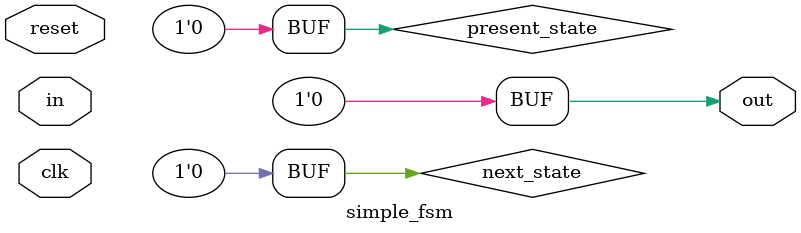
<source format=v>
module simple_fsm(clk, reset, in, out);
input clk;
input reset;
input in;
output out;
wire out;
reg present_state, next_state;
// In state 0, if in=1, stay in state 0. In state 0, if in=0, go to state 1
// In state 1, if in=1, stay in state 1. In state 1, if in=0, go to state 0
// out=1 in state 0 and out=0 in state 1
// TODO: How many states do we need?
initial begin
  present_state = 0;
  next_state = 0;
  out = 0;
end
// TODO: What is a transition?
initial begin
  if (clk == 1 && reset == 1) // TODO: Add a reset for the state machine
    next_state = 1;
  else if (clk == 1 && reset == 0)
  // TODO: Add logic here to continue execution
    next_state = 1;
  else
  // TODO: Add logic here to continue execution
    next_state = 0;
end
// TODO: What is a state transition?
initial begin
  if (clk == 1 && reset == 1)
    present_state = 0;
  else if (clk == 1 && reset == 0)
    present_state = 1;
end
endmodule

</source>
